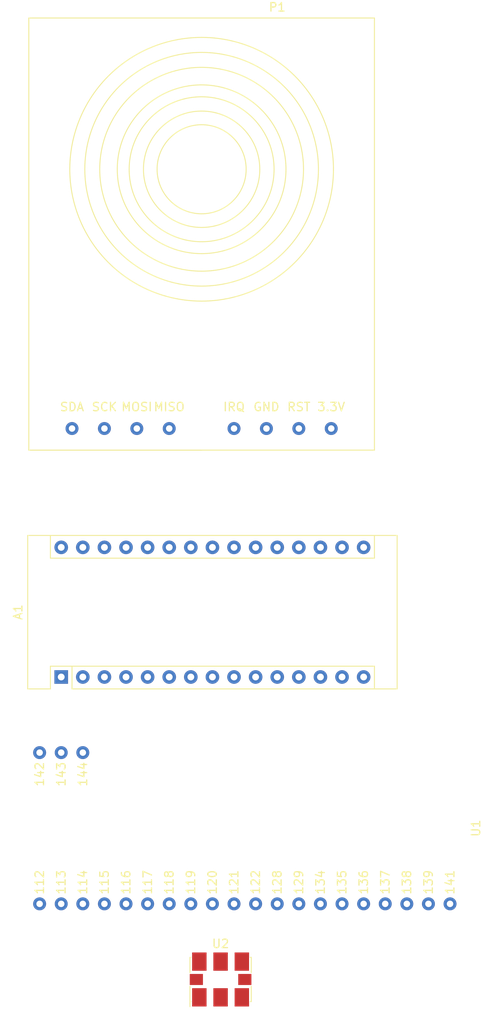
<source format=kicad_pcb>
(kicad_pcb (version 20171130) (host pcbnew "(5.1.5)-3")

  (general
    (thickness 1.6)
    (drawings 0)
    (tracks 0)
    (zones 0)
    (modules 4)
    (nets 39)
  )

  (page A4)
  (layers
    (0 F.Cu signal)
    (31 B.Cu signal)
    (32 B.Adhes user)
    (33 F.Adhes user)
    (34 B.Paste user)
    (35 F.Paste user)
    (36 B.SilkS user)
    (37 F.SilkS user)
    (38 B.Mask user)
    (39 F.Mask user)
    (40 Dwgs.User user)
    (41 Cmts.User user)
    (42 Eco1.User user)
    (43 Eco2.User user)
    (44 Edge.Cuts user)
    (45 Margin user)
    (46 B.CrtYd user)
    (47 F.CrtYd user)
    (48 B.Fab user)
    (49 F.Fab user)
  )

  (setup
    (last_trace_width 0.25)
    (trace_clearance 0.2)
    (zone_clearance 0.508)
    (zone_45_only no)
    (trace_min 0.2)
    (via_size 0.8)
    (via_drill 0.4)
    (via_min_size 0.4)
    (via_min_drill 0.3)
    (uvia_size 0.3)
    (uvia_drill 0.1)
    (uvias_allowed no)
    (uvia_min_size 0.2)
    (uvia_min_drill 0.1)
    (edge_width 0.05)
    (segment_width 0.2)
    (pcb_text_width 0.3)
    (pcb_text_size 1.5 1.5)
    (mod_edge_width 0.12)
    (mod_text_size 1 1)
    (mod_text_width 0.15)
    (pad_size 1.524 1.524)
    (pad_drill 0.762)
    (pad_to_mask_clearance 0.051)
    (solder_mask_min_width 0.25)
    (aux_axis_origin 0 0)
    (visible_elements FFFFFF7F)
    (pcbplotparams
      (layerselection 0x010fc_ffffffff)
      (usegerberextensions false)
      (usegerberattributes false)
      (usegerberadvancedattributes false)
      (creategerberjobfile false)
      (excludeedgelayer true)
      (linewidth 0.100000)
      (plotframeref false)
      (viasonmask false)
      (mode 1)
      (useauxorigin false)
      (hpglpennumber 1)
      (hpglpenspeed 20)
      (hpglpendiameter 15.000000)
      (psnegative false)
      (psa4output false)
      (plotreference true)
      (plotvalue true)
      (plotinvisibletext false)
      (padsonsilk false)
      (subtractmaskfromsilk false)
      (outputformat 1)
      (mirror false)
      (drillshape 1)
      (scaleselection 1)
      (outputdirectory ""))
  )

  (net 0 "")
  (net 1 "Net-(A1-Pad16)")
  (net 2 "Net-(A1-Pad15)")
  (net 3 "Net-(A1-Pad30)")
  (net 4 "Net-(A1-Pad14)")
  (net 5 "Net-(A1-Pad27)")
  (net 6 "Net-(A1-Pad13)")
  (net 7 "Net-(A1-Pad28)")
  (net 8 "Net-(A1-Pad12)")
  (net 9 "Net-(A1-Pad11)")
  (net 10 "Net-(A1-Pad26)")
  (net 11 "Net-(A1-Pad10)")
  (net 12 "Net-(A1-Pad25)")
  (net 13 "Net-(A1-Pad9)")
  (net 14 "Net-(A1-Pad24)")
  (net 15 "Net-(A1-Pad8)")
  (net 16 "Net-(A1-Pad23)")
  (net 17 "Net-(A1-Pad7)")
  (net 18 "Net-(A1-Pad22)")
  (net 19 "Net-(A1-Pad6)")
  (net 20 "Net-(A1-Pad21)")
  (net 21 "Net-(A1-Pad5)")
  (net 22 "Net-(A1-Pad20)")
  (net 23 "Net-(A1-Pad4)")
  (net 24 "Net-(A1-Pad19)")
  (net 25 "Net-(A1-Pad3)")
  (net 26 "Net-(A1-Pad18)")
  (net 27 "Net-(A1-Pad2)")
  (net 28 "Net-(A1-Pad17)")
  (net 29 "Net-(A1-Pad1)")
  (net 30 "Net-(P1-Pad5)")
  (net 31 "Net-(U1-Pad18)")
  (net 32 "Net-(U1-Pad17)")
  (net 33 "Net-(U1-Pad16)")
  (net 34 "Net-(U1-Pad15)")
  (net 35 "Net-(U2-Pad8)")
  (net 36 "Net-(U1-Pad128)")
  (net 37 "Net-(U1-Pad129)")
  (net 38 "Net-(U1-Pad122)")

  (net_class Default "This is the default net class."
    (clearance 0.2)
    (trace_width 0.25)
    (via_dia 0.8)
    (via_drill 0.4)
    (uvia_dia 0.3)
    (uvia_drill 0.1)
    (add_net "Net-(A1-Pad1)")
    (add_net "Net-(A1-Pad10)")
    (add_net "Net-(A1-Pad11)")
    (add_net "Net-(A1-Pad12)")
    (add_net "Net-(A1-Pad13)")
    (add_net "Net-(A1-Pad14)")
    (add_net "Net-(A1-Pad15)")
    (add_net "Net-(A1-Pad16)")
    (add_net "Net-(A1-Pad17)")
    (add_net "Net-(A1-Pad18)")
    (add_net "Net-(A1-Pad19)")
    (add_net "Net-(A1-Pad2)")
    (add_net "Net-(A1-Pad20)")
    (add_net "Net-(A1-Pad21)")
    (add_net "Net-(A1-Pad22)")
    (add_net "Net-(A1-Pad23)")
    (add_net "Net-(A1-Pad24)")
    (add_net "Net-(A1-Pad25)")
    (add_net "Net-(A1-Pad26)")
    (add_net "Net-(A1-Pad27)")
    (add_net "Net-(A1-Pad28)")
    (add_net "Net-(A1-Pad3)")
    (add_net "Net-(A1-Pad30)")
    (add_net "Net-(A1-Pad4)")
    (add_net "Net-(A1-Pad5)")
    (add_net "Net-(A1-Pad6)")
    (add_net "Net-(A1-Pad7)")
    (add_net "Net-(A1-Pad8)")
    (add_net "Net-(A1-Pad9)")
    (add_net "Net-(P1-Pad5)")
    (add_net "Net-(U1-Pad122)")
    (add_net "Net-(U1-Pad128)")
    (add_net "Net-(U1-Pad129)")
    (add_net "Net-(U1-Pad15)")
    (add_net "Net-(U1-Pad16)")
    (add_net "Net-(U1-Pad17)")
    (add_net "Net-(U1-Pad18)")
    (add_net "Net-(U2-Pad8)")
  )

  (module Oscillator:Oscillator_SMD_SI570_SI571_Standard (layer F.Cu) (tedit 58CD3345) (tstamp 5E8D240C)
    (at 84.78 132.08)
    (descr "SI570, SI571, Programmable oscillator, Standard")
    (tags "SI570 SI571 Programmable oscillator Standard")
    (path /5E9508EF)
    (attr smd)
    (fp_text reference U2 (at 0 -4.2) (layer F.SilkS)
      (effects (font (size 1 1) (thickness 0.15)))
    )
    (fp_text value NA555 (at -0.1 4.4) (layer F.Fab)
      (effects (font (size 1 1) (thickness 0.15)))
    )
    (fp_circle (center -1 0) (end -0.85 0) (layer F.Adhes) (width 0.38))
    (fp_circle (center 1 0) (end 0.85 0) (layer F.Adhes) (width 0.38))
    (fp_circle (center 1 0) (end 0.55 0) (layer F.Adhes) (width 0.38))
    (fp_circle (center -1 0) (end -0.55 0) (layer F.Adhes) (width 0.38))
    (fp_circle (center 0 0) (end 0.15 0) (layer F.Adhes) (width 0.38))
    (fp_circle (center 0 0) (end 0.35 0) (layer F.Adhes) (width 0.38))
    (fp_line (start -3.5 2.5) (end 3.5 2.5) (layer F.Fab) (width 0.1))
    (fp_line (start -3.5 -2.5) (end -3.5 2.5) (layer F.Fab) (width 0.1))
    (fp_line (start 3.5 -2.5) (end -3.5 -2.5) (layer F.Fab) (width 0.1))
    (fp_line (start 3.5 2.5) (end 3.5 -2.5) (layer F.Fab) (width 0.1))
    (fp_line (start -3.5 1.1) (end -2.1 2.5) (layer F.Fab) (width 0.1))
    (fp_line (start -3.9 -3.5) (end 3.9 -3.5) (layer F.CrtYd) (width 0.05))
    (fp_line (start -3.9 3.5) (end -3.9 -3.5) (layer F.CrtYd) (width 0.05))
    (fp_line (start 3.9 3.5) (end -3.9 3.5) (layer F.CrtYd) (width 0.05))
    (fp_line (start 3.9 -3.5) (end 3.9 3.5) (layer F.CrtYd) (width 0.05))
    (fp_line (start -3.6 0.8) (end -3.6 3.2) (layer F.SilkS) (width 0.12))
    (fp_line (start 3.6 2.5) (end 3.6 0.8) (layer F.SilkS) (width 0.12))
    (fp_line (start 3.6 -0.8) (end 3.6 -2.5) (layer F.SilkS) (width 0.12))
    (fp_line (start -3.6 -2.5) (end -3.6 -0.8) (layer F.SilkS) (width 0.12))
    (fp_line (start -3.6 -2.6) (end -3.5 -2.6) (layer F.SilkS) (width 0.12))
    (fp_line (start -3.6 -2.5) (end -3.6 -2.6) (layer F.SilkS) (width 0.12))
    (fp_line (start 3.6 -2.6) (end 3.5 -2.6) (layer F.SilkS) (width 0.12))
    (fp_line (start 3.6 -2.5) (end 3.6 -2.6) (layer F.SilkS) (width 0.12))
    (fp_line (start 3.6 2.6) (end 3.5 2.6) (layer F.SilkS) (width 0.12))
    (fp_line (start 3.6 2.5) (end 3.6 2.6) (layer F.SilkS) (width 0.12))
    (fp_line (start -3.6 2.6) (end -3.5 2.6) (layer F.SilkS) (width 0.12))
    (fp_text user %R (at 0 0) (layer F.Fab)
      (effects (font (size 1 1) (thickness 0.15)))
    )
    (pad 8 smd rect (at 2.85 0) (size 1.55 1.3) (layers F.Cu F.Paste F.Mask)
      (net 35 "Net-(U2-Pad8)"))
    (pad 7 smd rect (at -2.85 0) (size 1.55 1.3) (layers F.Cu F.Paste F.Mask)
      (net 36 "Net-(U1-Pad128)"))
    (pad 6 smd rect (at -2.5 -2.1) (size 1.7 2.15) (layers F.Cu F.Paste F.Mask)
      (net 37 "Net-(U1-Pad129)"))
    (pad 5 smd rect (at 0 -2.1) (size 1.7 2.15) (layers F.Cu F.Paste F.Mask)
      (net 5 "Net-(A1-Pad27)"))
    (pad 4 smd rect (at 2.5 -2.1) (size 1.7 2.15) (layers F.Cu F.Paste F.Mask)
      (net 5 "Net-(A1-Pad27)"))
    (pad 3 smd rect (at 2.5 2.1) (size 1.7 2.15) (layers F.Cu F.Paste F.Mask)
      (net 38 "Net-(U1-Pad122)"))
    (pad 2 smd rect (at 0 2.1) (size 1.7 2.15) (layers F.Cu F.Paste F.Mask)
      (net 5 "Net-(A1-Pad27)"))
    (pad 1 smd rect (at -2.5 2.1) (size 1.7 2.15) (layers F.Cu F.Paste F.Mask)
      (net 5 "Net-(A1-Pad27)"))
    (model ${KISYS3DMOD}/Oscillator.3dshapes/Oscillator_SMD_SI570_SI571_Standard.wrl
      (at (xyz 0 0 0))
      (scale (xyz 1 1 1))
      (rotate (xyz 0 0 0))
    )
  )

  (module RFID:ICE40-CM (layer F.Cu) (tedit 5E8CB61E) (tstamp 5E8D23E5)
    (at 114.3 114.3 90)
    (path /5E8DB48B)
    (fp_text reference U1 (at 0 0.5 90) (layer F.SilkS)
      (effects (font (size 1 1) (thickness 0.15)))
    )
    (fp_text value ICE40HX1K-TQ144 (at 0 -54.61 90) (layer F.Fab)
      (effects (font (size 1 1) (thickness 0.15)))
    )
    (fp_text user 144 (at 6.35 -45.72 90) (layer F.SilkS)
      (effects (font (size 1 1) (thickness 0.15)))
    )
    (fp_text user 143 (at 6.35 -48.26 90) (layer F.SilkS)
      (effects (font (size 1 1) (thickness 0.15)))
    )
    (fp_text user 142 (at 6.35 -50.8 90) (layer F.SilkS)
      (effects (font (size 1 1) (thickness 0.15)))
    )
    (fp_text user 141 (at -6.35 -2.54 90) (layer F.SilkS)
      (effects (font (size 1 1) (thickness 0.15)))
    )
    (fp_text user 139 (at -6.35 -5.08 90) (layer F.SilkS)
      (effects (font (size 1 1) (thickness 0.15)))
    )
    (fp_text user 138 (at -6.35 -7.62 90) (layer F.SilkS)
      (effects (font (size 1 1) (thickness 0.15)))
    )
    (fp_text user 137 (at -6.35 -10.16 90) (layer F.SilkS)
      (effects (font (size 1 1) (thickness 0.15)))
    )
    (fp_text user 136 (at -6.35 -12.7 90) (layer F.SilkS)
      (effects (font (size 1 1) (thickness 0.15)))
    )
    (fp_text user 135 (at -6.35 -15.24 90) (layer F.SilkS)
      (effects (font (size 1 1) (thickness 0.15)))
    )
    (fp_text user 134 (at -6.35 -17.78 90) (layer F.SilkS)
      (effects (font (size 1 1) (thickness 0.15)))
    )
    (fp_text user 129 (at -6.35 -20.32 90) (layer F.SilkS)
      (effects (font (size 1 1) (thickness 0.15)))
    )
    (fp_text user 128 (at -6.35 -22.86 90) (layer F.SilkS)
      (effects (font (size 1 1) (thickness 0.15)))
    )
    (fp_text user 122 (at -6.35 -25.4 90) (layer F.SilkS)
      (effects (font (size 1 1) (thickness 0.15)))
    )
    (fp_text user 121 (at -6.35 -27.94 90) (layer F.SilkS)
      (effects (font (size 1 1) (thickness 0.15)))
    )
    (fp_text user 120 (at -6.35 -30.48 90) (layer F.SilkS)
      (effects (font (size 1 1) (thickness 0.15)))
    )
    (fp_text user 119 (at -6.35 -33.02 90) (layer F.SilkS)
      (effects (font (size 1 1) (thickness 0.15)))
    )
    (fp_text user 118 (at -6.35 -35.56 90) (layer F.SilkS)
      (effects (font (size 1 1) (thickness 0.15)))
    )
    (fp_text user 117 (at -6.35 -38.1 90) (layer F.SilkS)
      (effects (font (size 1 1) (thickness 0.15)))
    )
    (fp_text user 116 (at -6.35 -40.64 90) (layer F.SilkS)
      (effects (font (size 1 1) (thickness 0.15)))
    )
    (fp_text user 115 (at -6.35 -43.18 90) (layer F.SilkS)
      (effects (font (size 1 1) (thickness 0.15)))
    )
    (fp_text user 114 (at -6.35 -45.72 90) (layer F.SilkS)
      (effects (font (size 1 1) (thickness 0.15)))
    )
    (fp_text user 113 (at -6.35 -48.26 90) (layer F.SilkS)
      (effects (font (size 1 1) (thickness 0.15)))
    )
    (fp_text user 112 (at -6.35 -50.8 90) (layer F.SilkS)
      (effects (font (size 1 1) (thickness 0.15)))
    )
    (fp_poly (pts (xy 10.16 -1.27) (xy -10.16 -1.27) (xy -10.16 -52.07) (xy 10.16 -52.07)) (layer F.Fab) (width 0.1))
    (pad 23 thru_hole circle (at 8.89 -45.72 90) (size 1.524 1.524) (drill 0.762) (layers *.Cu *.Mask))
    (pad 22 thru_hole circle (at 8.89 -48.26 90) (size 1.524 1.524) (drill 0.762) (layers *.Cu *.Mask))
    (pad 21 thru_hole circle (at 8.89 -50.8 90) (size 1.524 1.524) (drill 0.762) (layers *.Cu *.Mask))
    (pad 20 thru_hole circle (at -8.89 -2.54 90) (size 1.524 1.524) (drill 0.762) (layers *.Cu *.Mask))
    (pad 18 thru_hole circle (at -8.89 -5.08 90) (size 1.524 1.524) (drill 0.762) (layers *.Cu *.Mask)
      (net 31 "Net-(U1-Pad18)"))
    (pad 19 thru_hole circle (at -8.89 -7.62 90) (size 1.524 1.524) (drill 0.762) (layers *.Cu *.Mask))
    (pad 17 thru_hole circle (at -8.89 -10.16 90) (size 1.524 1.524) (drill 0.762) (layers *.Cu *.Mask)
      (net 32 "Net-(U1-Pad17)"))
    (pad 16 thru_hole circle (at -8.89 -12.7 90) (size 1.524 1.524) (drill 0.762) (layers *.Cu *.Mask)
      (net 33 "Net-(U1-Pad16)"))
    (pad 15 thru_hole circle (at -8.89 -15.24 90) (size 1.524 1.524) (drill 0.762) (layers *.Cu *.Mask)
      (net 34 "Net-(U1-Pad15)"))
    (pad 14 thru_hole circle (at -8.89 -17.78 90) (size 1.524 1.524) (drill 0.762) (layers *.Cu *.Mask))
    (pad 13 thru_hole circle (at -8.89 -20.32 90) (size 1.524 1.524) (drill 0.762) (layers *.Cu *.Mask))
    (pad 12 thru_hole circle (at -8.89 -22.86 90) (size 1.524 1.524) (drill 0.762) (layers *.Cu *.Mask))
    (pad 11 thru_hole circle (at -8.89 -25.4 90) (size 1.524 1.524) (drill 0.762) (layers *.Cu *.Mask))
    (pad 10 thru_hole circle (at -8.89 -27.94 90) (size 1.524 1.524) (drill 0.762) (layers *.Cu *.Mask))
    (pad 9 thru_hole circle (at -8.89 -30.48 90) (size 1.524 1.524) (drill 0.762) (layers *.Cu *.Mask))
    (pad 8 thru_hole circle (at -8.89 -33.02 90) (size 1.524 1.524) (drill 0.762) (layers *.Cu *.Mask))
    (pad 7 thru_hole circle (at -8.89 -35.56 90) (size 1.524 1.524) (drill 0.762) (layers *.Cu *.Mask))
    (pad 6 thru_hole circle (at -8.89 -38.1 90) (size 1.524 1.524) (drill 0.762) (layers *.Cu *.Mask))
    (pad 5 thru_hole circle (at -8.89 -40.64 90) (size 1.524 1.524) (drill 0.762) (layers *.Cu *.Mask))
    (pad 4 thru_hole circle (at -8.89 -43.18 90) (size 1.524 1.524) (drill 0.762) (layers *.Cu *.Mask))
    (pad 3 thru_hole circle (at -8.89 -45.72 90) (size 1.524 1.524) (drill 0.762) (layers *.Cu *.Mask))
    (pad 2 thru_hole circle (at -8.89 -48.26 90) (size 1.524 1.524) (drill 0.762) (layers *.Cu *.Mask))
    (pad 1 thru_hole circle (at -8.89 -50.8 90) (size 1.524 1.524) (drill 0.762) (layers *.Cu *.Mask))
  )

  (module RFID:RFID-RC522 (layer F.Cu) (tedit 5E8CB474) (tstamp 5E8D23B2)
    (at 82.55 69.85)
    (path /5E8CD7FE)
    (fp_text reference P1 (at 8.89 -52.07) (layer F.SilkS)
      (effects (font (size 1 1) (thickness 0.15)))
    )
    (fp_text value RFID-RC522-MODULE (at 0 -52.07) (layer F.Fab)
      (effects (font (size 1 1) (thickness 0.15)))
    )
    (fp_text user 3.3V (at 15.24 -5.08) (layer F.SilkS)
      (effects (font (size 1 1) (thickness 0.15)))
    )
    (fp_text user RST (at 11.43 -5.08) (layer F.SilkS)
      (effects (font (size 1 1) (thickness 0.15)))
    )
    (fp_text user GND (at 7.62 -5.08) (layer F.SilkS)
      (effects (font (size 1 1) (thickness 0.15)))
    )
    (fp_text user IRQ (at 3.81 -5.08) (layer F.SilkS)
      (effects (font (size 1 1) (thickness 0.15)))
    )
    (fp_text user MISO (at -3.81 -5.08) (layer F.SilkS)
      (effects (font (size 1 1) (thickness 0.15)))
    )
    (fp_text user MOSI (at -7.62 -5.08) (layer F.SilkS)
      (effects (font (size 1 1) (thickness 0.15)))
    )
    (fp_text user SCK (at -11.43 -5.08) (layer F.SilkS)
      (effects (font (size 1 1) (thickness 0.15)))
    )
    (fp_text user SDA (at -15.24 -5.08) (layer F.SilkS)
      (effects (font (size 1 1) (thickness 0.15)))
    )
    (fp_circle (center 0 -33.02) (end -5.08 -34.29) (layer F.SilkS) (width 0.12))
    (fp_circle (center 0 -33.02) (end -6.35 -35.56) (layer F.SilkS) (width 0.12))
    (fp_circle (center 0 -33.02) (end -7.62 -36.83) (layer F.SilkS) (width 0.12))
    (fp_circle (center 0 -33.02) (end -7.62 -39.37) (layer F.SilkS) (width 0.12))
    (fp_circle (center 0 -33.02) (end -10.16 -39.37) (layer F.SilkS) (width 0.12))
    (fp_circle (center 0 -33.02) (end -11.43 -40.64) (layer F.SilkS) (width 0.12))
    (fp_circle (center 0 -33.02) (end -12.7 -41.91) (layer F.SilkS) (width 0.12))
    (fp_line (start -20.32 -50.8) (end -20.32 0) (layer F.SilkS) (width 0.12))
    (fp_line (start 20.32 -50.8) (end -20.32 -50.8) (layer F.SilkS) (width 0.12))
    (fp_line (start 20.32 0) (end 20.32 -50.8) (layer F.SilkS) (width 0.12))
    (fp_line (start -20.32 0) (end 20.32 0) (layer F.SilkS) (width 0.12))
    (fp_line (start 0 0) (end -20.32 0) (layer F.SilkS) (width 0.12))
    (pad 8 thru_hole circle (at 15.24 -2.54) (size 1.524 1.524) (drill 0.762) (layers *.Cu *.Mask)
      (net 28 "Net-(A1-Pad17)"))
    (pad 7 thru_hole circle (at 11.43 -2.54) (size 1.524 1.524) (drill 0.762) (layers *.Cu *.Mask)
      (net 25 "Net-(A1-Pad3)"))
    (pad 6 thru_hole circle (at 7.62 -2.54) (size 1.524 1.524) (drill 0.762) (layers *.Cu *.Mask)
      (net 5 "Net-(A1-Pad27)"))
    (pad 5 thru_hole circle (at 3.81 -2.54) (size 1.524 1.524) (drill 0.762) (layers *.Cu *.Mask)
      (net 30 "Net-(P1-Pad5)"))
    (pad 4 thru_hole circle (at -3.81 -2.54) (size 1.524 1.524) (drill 0.762) (layers *.Cu *.Mask)
      (net 2 "Net-(A1-Pad15)"))
    (pad 3 thru_hole circle (at -7.62 -2.54) (size 1.524 1.524) (drill 0.762) (layers *.Cu *.Mask)
      (net 4 "Net-(A1-Pad14)"))
    (pad 2 thru_hole circle (at -11.43 -2.54) (size 1.524 1.524) (drill 0.762) (layers *.Cu *.Mask)
      (net 1 "Net-(A1-Pad16)"))
    (pad 1 thru_hole circle (at -15.24 -2.54) (size 1.524 1.524) (drill 0.762) (layers *.Cu *.Mask)
      (net 6 "Net-(A1-Pad13)"))
  )

  (module Module:Arduino_Nano (layer F.Cu) (tedit 58ACAF70) (tstamp 5E8D2392)
    (at 66.04 96.52 90)
    (descr "Arduino Nano, http://www.mouser.com/pdfdocs/Gravitech_Arduino_Nano3_0.pdf")
    (tags "Arduino Nano")
    (path /5E8CA977)
    (fp_text reference A1 (at 7.62 -5.08 90) (layer F.SilkS)
      (effects (font (size 1 1) (thickness 0.15)))
    )
    (fp_text value Arduino_Nano_v3.x (at 7.62 16.51) (layer F.Fab)
      (effects (font (size 1 1) (thickness 0.15)))
    )
    (fp_line (start 16.75 42.16) (end -1.53 42.16) (layer F.CrtYd) (width 0.05))
    (fp_line (start 16.75 42.16) (end 16.75 -4.06) (layer F.CrtYd) (width 0.05))
    (fp_line (start -1.53 -4.06) (end -1.53 42.16) (layer F.CrtYd) (width 0.05))
    (fp_line (start -1.53 -4.06) (end 16.75 -4.06) (layer F.CrtYd) (width 0.05))
    (fp_line (start 16.51 -3.81) (end 16.51 39.37) (layer F.Fab) (width 0.1))
    (fp_line (start 0 -3.81) (end 16.51 -3.81) (layer F.Fab) (width 0.1))
    (fp_line (start -1.27 -2.54) (end 0 -3.81) (layer F.Fab) (width 0.1))
    (fp_line (start -1.27 39.37) (end -1.27 -2.54) (layer F.Fab) (width 0.1))
    (fp_line (start 16.51 39.37) (end -1.27 39.37) (layer F.Fab) (width 0.1))
    (fp_line (start 16.64 -3.94) (end -1.4 -3.94) (layer F.SilkS) (width 0.12))
    (fp_line (start 16.64 39.5) (end 16.64 -3.94) (layer F.SilkS) (width 0.12))
    (fp_line (start -1.4 39.5) (end 16.64 39.5) (layer F.SilkS) (width 0.12))
    (fp_line (start 3.81 41.91) (end 3.81 31.75) (layer F.Fab) (width 0.1))
    (fp_line (start 11.43 41.91) (end 3.81 41.91) (layer F.Fab) (width 0.1))
    (fp_line (start 11.43 31.75) (end 11.43 41.91) (layer F.Fab) (width 0.1))
    (fp_line (start 3.81 31.75) (end 11.43 31.75) (layer F.Fab) (width 0.1))
    (fp_line (start 1.27 36.83) (end -1.4 36.83) (layer F.SilkS) (width 0.12))
    (fp_line (start 1.27 1.27) (end 1.27 36.83) (layer F.SilkS) (width 0.12))
    (fp_line (start 1.27 1.27) (end -1.4 1.27) (layer F.SilkS) (width 0.12))
    (fp_line (start 13.97 36.83) (end 16.64 36.83) (layer F.SilkS) (width 0.12))
    (fp_line (start 13.97 -1.27) (end 13.97 36.83) (layer F.SilkS) (width 0.12))
    (fp_line (start 13.97 -1.27) (end 16.64 -1.27) (layer F.SilkS) (width 0.12))
    (fp_line (start -1.4 -3.94) (end -1.4 -1.27) (layer F.SilkS) (width 0.12))
    (fp_line (start -1.4 1.27) (end -1.4 39.5) (layer F.SilkS) (width 0.12))
    (fp_line (start 1.27 -1.27) (end -1.4 -1.27) (layer F.SilkS) (width 0.12))
    (fp_line (start 1.27 1.27) (end 1.27 -1.27) (layer F.SilkS) (width 0.12))
    (fp_text user %R (at 6.35 19.05) (layer F.Fab)
      (effects (font (size 1 1) (thickness 0.15)))
    )
    (pad 16 thru_hole oval (at 15.24 35.56 90) (size 1.6 1.6) (drill 0.8) (layers *.Cu *.Mask)
      (net 1 "Net-(A1-Pad16)"))
    (pad 15 thru_hole oval (at 0 35.56 90) (size 1.6 1.6) (drill 0.8) (layers *.Cu *.Mask)
      (net 2 "Net-(A1-Pad15)"))
    (pad 30 thru_hole oval (at 15.24 0 90) (size 1.6 1.6) (drill 0.8) (layers *.Cu *.Mask)
      (net 3 "Net-(A1-Pad30)"))
    (pad 14 thru_hole oval (at 0 33.02 90) (size 1.6 1.6) (drill 0.8) (layers *.Cu *.Mask)
      (net 4 "Net-(A1-Pad14)"))
    (pad 29 thru_hole oval (at 15.24 2.54 90) (size 1.6 1.6) (drill 0.8) (layers *.Cu *.Mask)
      (net 5 "Net-(A1-Pad27)"))
    (pad 13 thru_hole oval (at 0 30.48 90) (size 1.6 1.6) (drill 0.8) (layers *.Cu *.Mask)
      (net 6 "Net-(A1-Pad13)"))
    (pad 28 thru_hole oval (at 15.24 5.08 90) (size 1.6 1.6) (drill 0.8) (layers *.Cu *.Mask)
      (net 7 "Net-(A1-Pad28)"))
    (pad 12 thru_hole oval (at 0 27.94 90) (size 1.6 1.6) (drill 0.8) (layers *.Cu *.Mask)
      (net 8 "Net-(A1-Pad12)"))
    (pad 27 thru_hole oval (at 15.24 7.62 90) (size 1.6 1.6) (drill 0.8) (layers *.Cu *.Mask)
      (net 5 "Net-(A1-Pad27)"))
    (pad 11 thru_hole oval (at 0 25.4 90) (size 1.6 1.6) (drill 0.8) (layers *.Cu *.Mask)
      (net 9 "Net-(A1-Pad11)"))
    (pad 26 thru_hole oval (at 15.24 10.16 90) (size 1.6 1.6) (drill 0.8) (layers *.Cu *.Mask)
      (net 10 "Net-(A1-Pad26)"))
    (pad 10 thru_hole oval (at 0 22.86 90) (size 1.6 1.6) (drill 0.8) (layers *.Cu *.Mask)
      (net 11 "Net-(A1-Pad10)"))
    (pad 25 thru_hole oval (at 15.24 12.7 90) (size 1.6 1.6) (drill 0.8) (layers *.Cu *.Mask)
      (net 12 "Net-(A1-Pad25)"))
    (pad 9 thru_hole oval (at 0 20.32 90) (size 1.6 1.6) (drill 0.8) (layers *.Cu *.Mask)
      (net 13 "Net-(A1-Pad9)"))
    (pad 24 thru_hole oval (at 15.24 15.24 90) (size 1.6 1.6) (drill 0.8) (layers *.Cu *.Mask)
      (net 14 "Net-(A1-Pad24)"))
    (pad 8 thru_hole oval (at 0 17.78 90) (size 1.6 1.6) (drill 0.8) (layers *.Cu *.Mask)
      (net 15 "Net-(A1-Pad8)"))
    (pad 23 thru_hole oval (at 15.24 17.78 90) (size 1.6 1.6) (drill 0.8) (layers *.Cu *.Mask)
      (net 16 "Net-(A1-Pad23)"))
    (pad 7 thru_hole oval (at 0 15.24 90) (size 1.6 1.6) (drill 0.8) (layers *.Cu *.Mask)
      (net 17 "Net-(A1-Pad7)"))
    (pad 22 thru_hole oval (at 15.24 20.32 90) (size 1.6 1.6) (drill 0.8) (layers *.Cu *.Mask)
      (net 18 "Net-(A1-Pad22)"))
    (pad 6 thru_hole oval (at 0 12.7 90) (size 1.6 1.6) (drill 0.8) (layers *.Cu *.Mask)
      (net 19 "Net-(A1-Pad6)"))
    (pad 21 thru_hole oval (at 15.24 22.86 90) (size 1.6 1.6) (drill 0.8) (layers *.Cu *.Mask)
      (net 20 "Net-(A1-Pad21)"))
    (pad 5 thru_hole oval (at 0 10.16 90) (size 1.6 1.6) (drill 0.8) (layers *.Cu *.Mask)
      (net 21 "Net-(A1-Pad5)"))
    (pad 20 thru_hole oval (at 15.24 25.4 90) (size 1.6 1.6) (drill 0.8) (layers *.Cu *.Mask)
      (net 22 "Net-(A1-Pad20)"))
    (pad 4 thru_hole oval (at 0 7.62 90) (size 1.6 1.6) (drill 0.8) (layers *.Cu *.Mask)
      (net 23 "Net-(A1-Pad4)"))
    (pad 19 thru_hole oval (at 15.24 27.94 90) (size 1.6 1.6) (drill 0.8) (layers *.Cu *.Mask)
      (net 24 "Net-(A1-Pad19)"))
    (pad 3 thru_hole oval (at 0 5.08 90) (size 1.6 1.6) (drill 0.8) (layers *.Cu *.Mask)
      (net 25 "Net-(A1-Pad3)"))
    (pad 18 thru_hole oval (at 15.24 30.48 90) (size 1.6 1.6) (drill 0.8) (layers *.Cu *.Mask)
      (net 26 "Net-(A1-Pad18)"))
    (pad 2 thru_hole oval (at 0 2.54 90) (size 1.6 1.6) (drill 0.8) (layers *.Cu *.Mask)
      (net 27 "Net-(A1-Pad2)"))
    (pad 17 thru_hole oval (at 15.24 33.02 90) (size 1.6 1.6) (drill 0.8) (layers *.Cu *.Mask)
      (net 28 "Net-(A1-Pad17)"))
    (pad 1 thru_hole rect (at 0 0 90) (size 1.6 1.6) (drill 0.8) (layers *.Cu *.Mask)
      (net 29 "Net-(A1-Pad1)"))
    (model ${KISYS3DMOD}/Module.3dshapes/Arduino_Nano_WithMountingHoles.wrl
      (at (xyz 0 0 0))
      (scale (xyz 1 1 1))
      (rotate (xyz 0 0 0))
    )
  )

)

</source>
